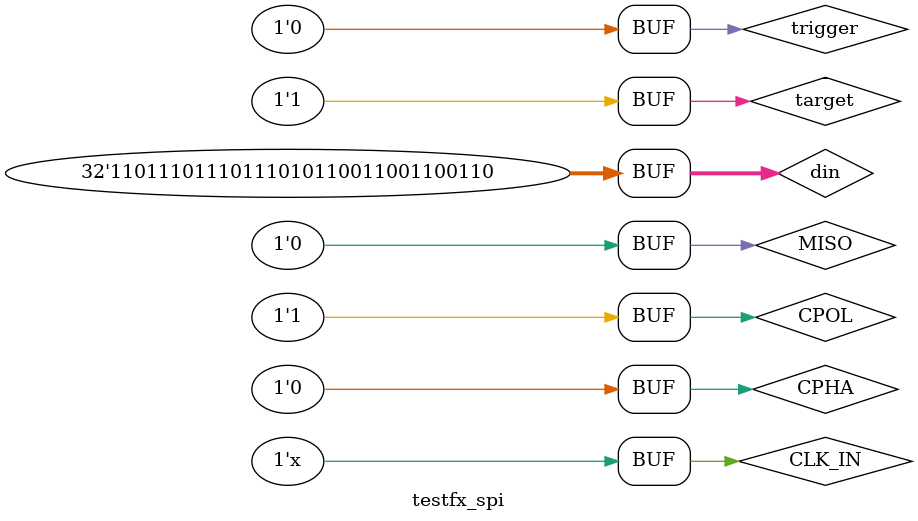
<source format=v>
`timescale 1ns / 1ps


module testfx_spi;

	// Inputs
	reg MISO;
	reg CLK_IN;
	reg [31:0] din;
	reg trigger;
	reg [0:0] target;
	reg CPOL;
	reg CPHA;

	// Outputs
	wire MOSI;
	wire SPI_CLK;
	wire [0:0] SPI_SS;
	wire [31:0] dout;
	wire valid;

	// Instantiate the Unit Under Test (UUT)
	spi_master_4byte uut (
		.MISO(MISO), 
		.MOSI(MOSI), 
		.SPI_CLK(SPI_CLK), 
		.SPI_SS(SPI_SS), 
		.CLK_IN(CLK_IN), 
		.din(din), 
		.dout(dout), 
		.trigger(trigger), 
		.target(target), 
		.valid(valid), 
		.CPOL(CPOL), 
		.CPHA(CPHA)
	);

	initial begin
		// Initialize Inputs
		MISO = 0;
		CLK_IN = 0;
		din = 0;
		trigger = 0;
		target = 0;
		CPOL = 0;
		CPHA = 0;

		// Wait 100 ns for global reset to finish
		#1000;
      
		din = 32'haaaa3333;
		target = 1;
		trigger = 1;
		
		#10;
		trigger = 0;
		
		#1000;
		
		CPHA = 1;
		din = 32'hbbbb4444;
		trigger = 1;
		
		#10;
		trigger = 0;
		
		#1000;
		CPOL = 1;
		din = 32'hcccc5555;
		trigger = 1;
		
		#10;
		trigger = 0;
		
		#1000;
		
		CPHA = 0;
		din = 32'hdddd6666;
		trigger = 1;
		
		#10;
		trigger = 0;
		// Add stimulus here

	end
	
	always #5 CLK_IN = ~CLK_IN;
      
endmodule


</source>
